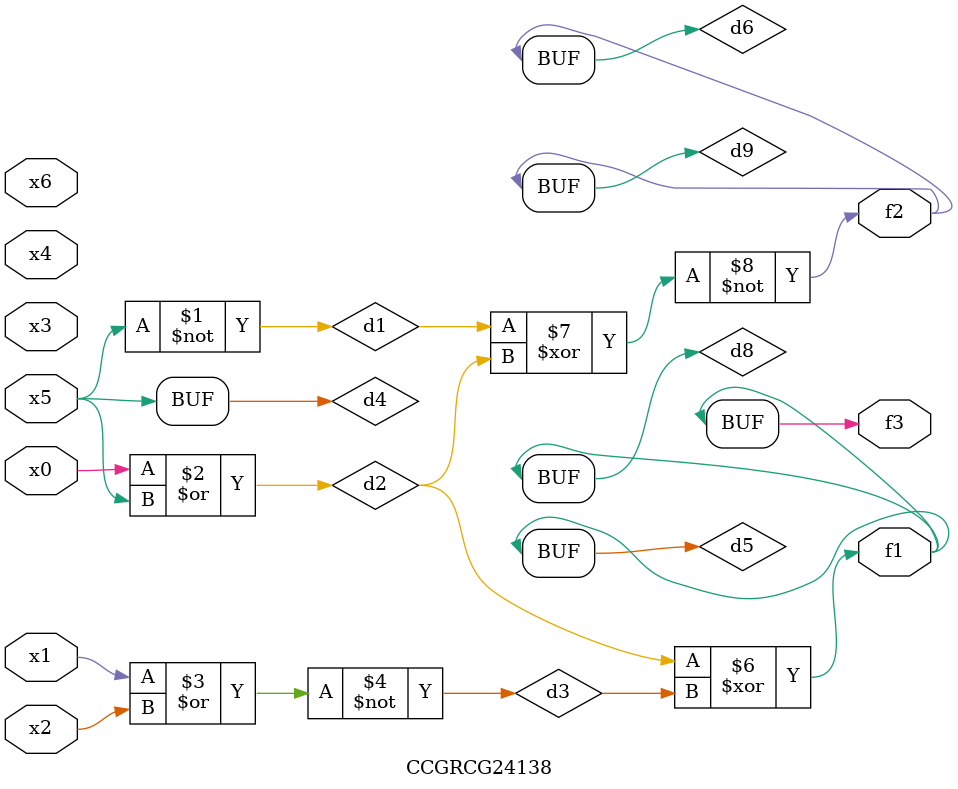
<source format=v>
module CCGRCG24138(
	input x0, x1, x2, x3, x4, x5, x6,
	output f1, f2, f3
);

	wire d1, d2, d3, d4, d5, d6, d7, d8, d9;

	nand (d1, x5);
	or (d2, x0, x5);
	nor (d3, x1, x2);
	xnor (d4, d1);
	xor (d5, d2, d3);
	xnor (d6, d1, d2);
	not (d7, x4);
	buf (d8, d5);
	xor (d9, d6);
	assign f1 = d8;
	assign f2 = d9;
	assign f3 = d8;
endmodule

</source>
